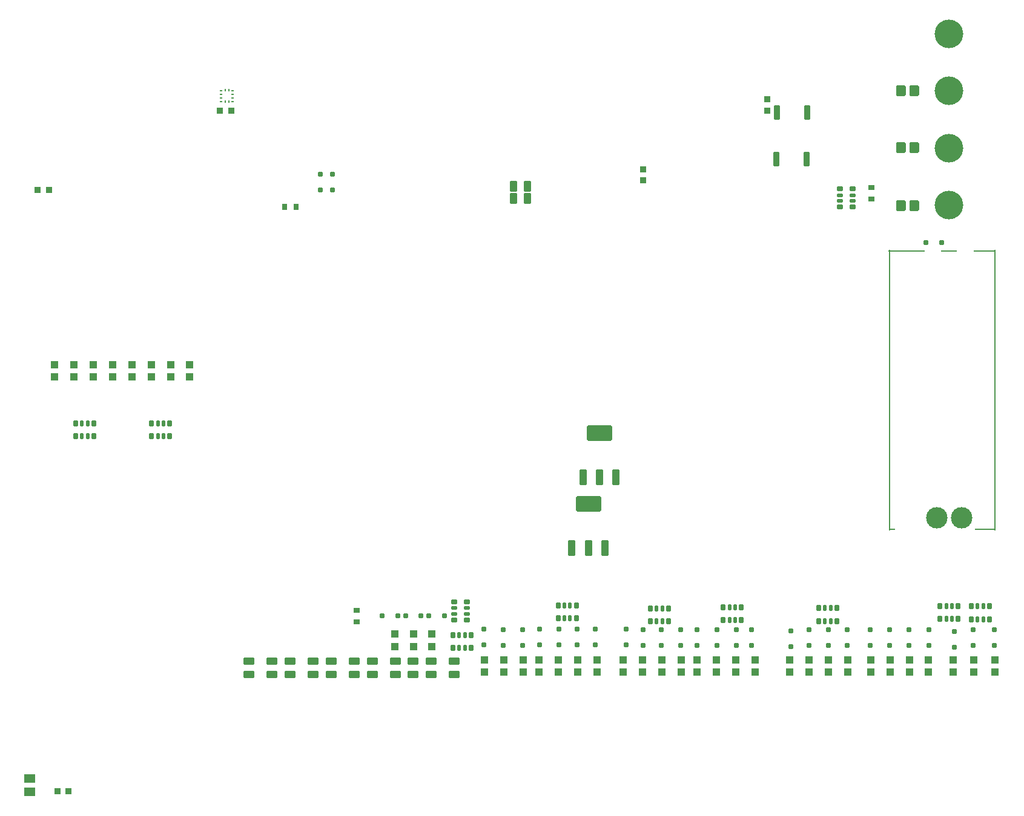
<source format=gtp>
G04*
G04 #@! TF.GenerationSoftware,Altium Limited,Altium Designer,20.2.7 (254)*
G04*
G04 Layer_Color=8421504*
%FSLAX25Y25*%
%MOIN*%
G70*
G04*
G04 #@! TF.SameCoordinates,AEADB8A6-E672-494B-8C1A-D0E3FC83B13A*
G04*
G04*
G04 #@! TF.FilePolarity,Positive*
G04*
G01*
G75*
G04:AMPARAMS|DCode=23|XSize=33.47mil|YSize=33.47mil|CornerRadius=3.35mil|HoleSize=0mil|Usage=FLASHONLY|Rotation=270.000|XOffset=0mil|YOffset=0mil|HoleType=Round|Shape=RoundedRectangle|*
%AMROUNDEDRECTD23*
21,1,0.03347,0.02677,0,0,270.0*
21,1,0.02677,0.03347,0,0,270.0*
1,1,0.00669,-0.01339,-0.01339*
1,1,0.00669,-0.01339,0.01339*
1,1,0.00669,0.01339,0.01339*
1,1,0.00669,0.01339,-0.01339*
%
%ADD23ROUNDEDRECTD23*%
G04:AMPARAMS|DCode=24|XSize=43.31mil|YSize=84.65mil|CornerRadius=4.33mil|HoleSize=0mil|Usage=FLASHONLY|Rotation=0.000|XOffset=0mil|YOffset=0mil|HoleType=Round|Shape=RoundedRectangle|*
%AMROUNDEDRECTD24*
21,1,0.04331,0.07598,0,0,0.0*
21,1,0.03465,0.08465,0,0,0.0*
1,1,0.00866,0.01732,-0.03799*
1,1,0.00866,-0.01732,-0.03799*
1,1,0.00866,-0.01732,0.03799*
1,1,0.00866,0.01732,0.03799*
%
%ADD24ROUNDEDRECTD24*%
G04:AMPARAMS|DCode=25|XSize=43.31mil|YSize=84.65mil|CornerRadius=4.33mil|HoleSize=0mil|Usage=FLASHONLY|Rotation=0.000|XOffset=0mil|YOffset=0mil|HoleType=Round|Shape=RoundedRectangle|*
%AMROUNDEDRECTD25*
21,1,0.04331,0.07599,0,0,0.0*
21,1,0.03465,0.08465,0,0,0.0*
1,1,0.00866,0.01732,-0.03799*
1,1,0.00866,-0.01732,-0.03799*
1,1,0.00866,-0.01732,0.03799*
1,1,0.00866,0.01732,0.03799*
%
%ADD25ROUNDEDRECTD25*%
G04:AMPARAMS|DCode=26|XSize=137.8mil|YSize=84.65mil|CornerRadius=8.47mil|HoleSize=0mil|Usage=FLASHONLY|Rotation=0.000|XOffset=0mil|YOffset=0mil|HoleType=Round|Shape=RoundedRectangle|*
%AMROUNDEDRECTD26*
21,1,0.13780,0.06772,0,0,0.0*
21,1,0.12087,0.08465,0,0,0.0*
1,1,0.01693,0.06043,-0.03386*
1,1,0.01693,-0.06043,-0.03386*
1,1,0.01693,-0.06043,0.03386*
1,1,0.01693,0.06043,0.03386*
%
%ADD26ROUNDEDRECTD26*%
G04:AMPARAMS|DCode=27|XSize=25.59mil|YSize=31.5mil|CornerRadius=2.56mil|HoleSize=0mil|Usage=FLASHONLY|Rotation=0.000|XOffset=0mil|YOffset=0mil|HoleType=Round|Shape=RoundedRectangle|*
%AMROUNDEDRECTD27*
21,1,0.02559,0.02638,0,0,0.0*
21,1,0.02047,0.03150,0,0,0.0*
1,1,0.00512,0.01024,-0.01319*
1,1,0.00512,-0.01024,-0.01319*
1,1,0.00512,-0.01024,0.01319*
1,1,0.00512,0.01024,0.01319*
%
%ADD27ROUNDEDRECTD27*%
G04:AMPARAMS|DCode=28|XSize=17.72mil|YSize=31.5mil|CornerRadius=1.77mil|HoleSize=0mil|Usage=FLASHONLY|Rotation=0.000|XOffset=0mil|YOffset=0mil|HoleType=Round|Shape=RoundedRectangle|*
%AMROUNDEDRECTD28*
21,1,0.01772,0.02795,0,0,0.0*
21,1,0.01417,0.03150,0,0,0.0*
1,1,0.00354,0.00709,-0.01398*
1,1,0.00354,-0.00709,-0.01398*
1,1,0.00354,-0.00709,0.01398*
1,1,0.00354,0.00709,0.01398*
%
%ADD28ROUNDEDRECTD28*%
G04:AMPARAMS|DCode=29|XSize=23.62mil|YSize=23.62mil|CornerRadius=2.36mil|HoleSize=0mil|Usage=FLASHONLY|Rotation=270.000|XOffset=0mil|YOffset=0mil|HoleType=Round|Shape=RoundedRectangle|*
%AMROUNDEDRECTD29*
21,1,0.02362,0.01890,0,0,270.0*
21,1,0.01890,0.02362,0,0,270.0*
1,1,0.00472,-0.00945,-0.00945*
1,1,0.00472,-0.00945,0.00945*
1,1,0.00472,0.00945,0.00945*
1,1,0.00472,0.00945,-0.00945*
%
%ADD29ROUNDEDRECTD29*%
G04:AMPARAMS|DCode=30|XSize=39.37mil|YSize=57.09mil|CornerRadius=3.94mil|HoleSize=0mil|Usage=FLASHONLY|Rotation=0.000|XOffset=0mil|YOffset=0mil|HoleType=Round|Shape=RoundedRectangle|*
%AMROUNDEDRECTD30*
21,1,0.03937,0.04921,0,0,0.0*
21,1,0.03150,0.05709,0,0,0.0*
1,1,0.00787,0.01575,-0.02461*
1,1,0.00787,-0.01575,-0.02461*
1,1,0.00787,-0.01575,0.02461*
1,1,0.00787,0.01575,0.02461*
%
%ADD30ROUNDEDRECTD30*%
G04:AMPARAMS|DCode=31|XSize=39.37mil|YSize=43.31mil|CornerRadius=3.94mil|HoleSize=0mil|Usage=FLASHONLY|Rotation=270.000|XOffset=0mil|YOffset=0mil|HoleType=Round|Shape=RoundedRectangle|*
%AMROUNDEDRECTD31*
21,1,0.03937,0.03543,0,0,270.0*
21,1,0.03150,0.04331,0,0,270.0*
1,1,0.00787,-0.01772,-0.01575*
1,1,0.00787,-0.01772,0.01575*
1,1,0.00787,0.01772,0.01575*
1,1,0.00787,0.01772,-0.01575*
%
%ADD31ROUNDEDRECTD31*%
G04:AMPARAMS|DCode=32|XSize=23.62mil|YSize=23.62mil|CornerRadius=2.36mil|HoleSize=0mil|Usage=FLASHONLY|Rotation=180.000|XOffset=0mil|YOffset=0mil|HoleType=Round|Shape=RoundedRectangle|*
%AMROUNDEDRECTD32*
21,1,0.02362,0.01890,0,0,180.0*
21,1,0.01890,0.02362,0,0,180.0*
1,1,0.00472,-0.00945,0.00945*
1,1,0.00472,0.00945,0.00945*
1,1,0.00472,0.00945,-0.00945*
1,1,0.00472,-0.00945,-0.00945*
%
%ADD32ROUNDEDRECTD32*%
G04:AMPARAMS|DCode=33|XSize=27.56mil|YSize=36.22mil|CornerRadius=2.76mil|HoleSize=0mil|Usage=FLASHONLY|Rotation=180.000|XOffset=0mil|YOffset=0mil|HoleType=Round|Shape=RoundedRectangle|*
%AMROUNDEDRECTD33*
21,1,0.02756,0.03071,0,0,180.0*
21,1,0.02205,0.03622,0,0,180.0*
1,1,0.00551,-0.01102,0.01535*
1,1,0.00551,0.01102,0.01535*
1,1,0.00551,0.01102,-0.01535*
1,1,0.00551,-0.01102,-0.01535*
%
%ADD33ROUNDEDRECTD33*%
%ADD34R,0.03740X0.00984*%
%ADD35R,0.00984X1.54528*%
%ADD36R,0.08858X0.00984*%
%ADD37R,0.12205X0.00984*%
%ADD38R,0.19882X0.00984*%
%ADD39R,0.11614X0.00984*%
%ADD40C,0.11811*%
%ADD41R,0.05906X0.05118*%
G04:AMPARAMS|DCode=42|XSize=33.47mil|YSize=33.47mil|CornerRadius=3.35mil|HoleSize=0mil|Usage=FLASHONLY|Rotation=0.000|XOffset=0mil|YOffset=0mil|HoleType=Round|Shape=RoundedRectangle|*
%AMROUNDEDRECTD42*
21,1,0.03347,0.02677,0,0,0.0*
21,1,0.02677,0.03347,0,0,0.0*
1,1,0.00669,0.01339,-0.01339*
1,1,0.00669,-0.01339,-0.01339*
1,1,0.00669,-0.01339,0.01339*
1,1,0.00669,0.01339,0.01339*
%
%ADD42ROUNDEDRECTD42*%
G04:AMPARAMS|DCode=43|XSize=27.56mil|YSize=36.22mil|CornerRadius=2.76mil|HoleSize=0mil|Usage=FLASHONLY|Rotation=270.000|XOffset=0mil|YOffset=0mil|HoleType=Round|Shape=RoundedRectangle|*
%AMROUNDEDRECTD43*
21,1,0.02756,0.03071,0,0,270.0*
21,1,0.02205,0.03622,0,0,270.0*
1,1,0.00551,-0.01535,-0.01102*
1,1,0.00551,-0.01535,0.01102*
1,1,0.00551,0.01535,0.01102*
1,1,0.00551,0.01535,-0.01102*
%
%ADD43ROUNDEDRECTD43*%
%ADD44R,0.01378X0.00984*%
%ADD45R,0.00984X0.01378*%
G04:AMPARAMS|DCode=46|XSize=31.5mil|YSize=78.74mil|CornerRadius=3.15mil|HoleSize=0mil|Usage=FLASHONLY|Rotation=0.000|XOffset=0mil|YOffset=0mil|HoleType=Round|Shape=RoundedRectangle|*
%AMROUNDEDRECTD46*
21,1,0.03150,0.07244,0,0,0.0*
21,1,0.02520,0.07874,0,0,0.0*
1,1,0.00630,0.01260,-0.03622*
1,1,0.00630,-0.01260,-0.03622*
1,1,0.00630,-0.01260,0.03622*
1,1,0.00630,0.01260,0.03622*
%
%ADD46ROUNDEDRECTD46*%
G04:AMPARAMS|DCode=47|XSize=51.18mil|YSize=59.06mil|CornerRadius=5.12mil|HoleSize=0mil|Usage=FLASHONLY|Rotation=0.000|XOffset=0mil|YOffset=0mil|HoleType=Round|Shape=RoundedRectangle|*
%AMROUNDEDRECTD47*
21,1,0.05118,0.04882,0,0,0.0*
21,1,0.04095,0.05906,0,0,0.0*
1,1,0.01024,0.02047,-0.02441*
1,1,0.01024,-0.02047,-0.02441*
1,1,0.01024,-0.02047,0.02441*
1,1,0.01024,0.02047,0.02441*
%
%ADD47ROUNDEDRECTD47*%
%ADD48C,0.15748*%
G04:AMPARAMS|DCode=49|XSize=39.37mil|YSize=57.09mil|CornerRadius=3.94mil|HoleSize=0mil|Usage=FLASHONLY|Rotation=90.000|XOffset=0mil|YOffset=0mil|HoleType=Round|Shape=RoundedRectangle|*
%AMROUNDEDRECTD49*
21,1,0.03937,0.04921,0,0,90.0*
21,1,0.03150,0.05709,0,0,90.0*
1,1,0.00787,0.02461,0.01575*
1,1,0.00787,0.02461,-0.01575*
1,1,0.00787,-0.02461,-0.01575*
1,1,0.00787,-0.02461,0.01575*
%
%ADD49ROUNDEDRECTD49*%
G04:AMPARAMS|DCode=50|XSize=25.59mil|YSize=31.5mil|CornerRadius=2.56mil|HoleSize=0mil|Usage=FLASHONLY|Rotation=270.000|XOffset=0mil|YOffset=0mil|HoleType=Round|Shape=RoundedRectangle|*
%AMROUNDEDRECTD50*
21,1,0.02559,0.02638,0,0,270.0*
21,1,0.02047,0.03150,0,0,270.0*
1,1,0.00512,-0.01319,-0.01024*
1,1,0.00512,-0.01319,0.01024*
1,1,0.00512,0.01319,0.01024*
1,1,0.00512,0.01319,-0.01024*
%
%ADD50ROUNDEDRECTD50*%
G04:AMPARAMS|DCode=51|XSize=17.72mil|YSize=31.5mil|CornerRadius=1.77mil|HoleSize=0mil|Usage=FLASHONLY|Rotation=270.000|XOffset=0mil|YOffset=0mil|HoleType=Round|Shape=RoundedRectangle|*
%AMROUNDEDRECTD51*
21,1,0.01772,0.02795,0,0,270.0*
21,1,0.01417,0.03150,0,0,270.0*
1,1,0.00354,-0.01398,-0.00709*
1,1,0.00354,-0.01398,0.00709*
1,1,0.00354,0.01398,0.00709*
1,1,0.00354,0.01398,-0.00709*
%
%ADD51ROUNDEDRECTD51*%
D23*
X394882Y420118D02*
D03*
Y426339D02*
D03*
X463484Y458701D02*
D03*
Y464921D02*
D03*
D24*
X362008Y256594D02*
D03*
X380118D02*
D03*
X355807Y217618D02*
D03*
X373917D02*
D03*
D25*
X371063Y256594D02*
D03*
X364862Y217618D02*
D03*
D26*
X371063Y281004D02*
D03*
X364862Y242028D02*
D03*
D27*
X491634Y177362D02*
D03*
Y184449D02*
D03*
X501673D02*
D03*
Y177362D02*
D03*
X92714Y286164D02*
D03*
Y279078D02*
D03*
X82675D02*
D03*
Y286164D02*
D03*
X124407D02*
D03*
Y279078D02*
D03*
X134447D02*
D03*
Y286164D02*
D03*
X408957Y177264D02*
D03*
Y184350D02*
D03*
X398917D02*
D03*
Y177264D02*
D03*
X449114Y177953D02*
D03*
Y185039D02*
D03*
X439075D02*
D03*
Y177953D02*
D03*
X358268Y178740D02*
D03*
Y185827D02*
D03*
X348228D02*
D03*
Y178740D02*
D03*
X568504Y178543D02*
D03*
Y185630D02*
D03*
X558465D02*
D03*
Y178543D02*
D03*
X575591Y178347D02*
D03*
Y185433D02*
D03*
X585630D02*
D03*
Y178347D02*
D03*
X300394Y169488D02*
D03*
Y162402D02*
D03*
X290354D02*
D03*
Y169488D02*
D03*
D28*
X495079Y177362D02*
D03*
X498228D02*
D03*
Y184449D02*
D03*
X495079D02*
D03*
X89269Y286164D02*
D03*
X86120D02*
D03*
Y279078D02*
D03*
X89269D02*
D03*
X131002D02*
D03*
X127852D02*
D03*
Y286164D02*
D03*
X131002D02*
D03*
X402362Y184350D02*
D03*
X405512D02*
D03*
Y177264D02*
D03*
X402362D02*
D03*
X442520Y185039D02*
D03*
X445669D02*
D03*
Y177953D02*
D03*
X442520D02*
D03*
X351673Y185827D02*
D03*
X354823D02*
D03*
Y178740D02*
D03*
X351673D02*
D03*
X561909Y185630D02*
D03*
X565059D02*
D03*
Y178543D02*
D03*
X561909D02*
D03*
X579035Y178347D02*
D03*
X582185D02*
D03*
Y185433D02*
D03*
X579035D02*
D03*
X296949Y169488D02*
D03*
X293799D02*
D03*
Y162402D02*
D03*
X296949D02*
D03*
D29*
X550787Y385827D02*
D03*
X559449D02*
D03*
X285827Y180216D02*
D03*
X277165D02*
D03*
X259842D02*
D03*
X251181D02*
D03*
X272835D02*
D03*
X264173D02*
D03*
D30*
X331201Y416929D02*
D03*
X323721D02*
D03*
X331201Y410138D02*
D03*
X323721D02*
D03*
D31*
X588583Y155905D02*
D03*
Y149213D02*
D03*
X278543Y163386D02*
D03*
Y170079D02*
D03*
X71061Y311854D02*
D03*
Y318546D02*
D03*
X81691Y311854D02*
D03*
Y318546D02*
D03*
X92321Y311854D02*
D03*
Y318546D02*
D03*
X102950Y311854D02*
D03*
Y318546D02*
D03*
X113580Y311854D02*
D03*
Y318546D02*
D03*
X124210Y311854D02*
D03*
Y318546D02*
D03*
X134840Y311854D02*
D03*
Y318546D02*
D03*
X145470Y311854D02*
D03*
Y318546D02*
D03*
X415945Y149213D02*
D03*
Y155905D02*
D03*
X405315Y149213D02*
D03*
Y155905D02*
D03*
X394685Y149213D02*
D03*
Y155905D02*
D03*
X384055Y149213D02*
D03*
Y155905D02*
D03*
X348327Y149213D02*
D03*
Y155905D02*
D03*
X424803Y149213D02*
D03*
Y155905D02*
D03*
X358957Y149213D02*
D03*
Y155905D02*
D03*
X435433Y149213D02*
D03*
Y155905D02*
D03*
X456693Y149213D02*
D03*
Y155905D02*
D03*
X446063Y149213D02*
D03*
Y155905D02*
D03*
X337697Y149213D02*
D03*
Y155905D02*
D03*
X369587Y149213D02*
D03*
Y155905D02*
D03*
X552165Y155905D02*
D03*
Y149213D02*
D03*
X541536Y155905D02*
D03*
Y149213D02*
D03*
X530906Y155905D02*
D03*
Y149213D02*
D03*
X520276Y155905D02*
D03*
Y149213D02*
D03*
X475787Y155905D02*
D03*
Y149213D02*
D03*
X486417Y155905D02*
D03*
Y149213D02*
D03*
X497047Y155905D02*
D03*
Y149213D02*
D03*
X507677Y155905D02*
D03*
Y149213D02*
D03*
X565551Y155905D02*
D03*
Y149213D02*
D03*
X307677Y155905D02*
D03*
Y149213D02*
D03*
X576958Y155905D02*
D03*
Y149213D02*
D03*
X318307Y155905D02*
D03*
Y149213D02*
D03*
X328937Y155905D02*
D03*
Y149213D02*
D03*
X258465Y163386D02*
D03*
Y170079D02*
D03*
X268701Y163386D02*
D03*
Y170079D02*
D03*
D32*
X217421Y414862D02*
D03*
Y423524D02*
D03*
X224016Y414862D02*
D03*
Y423524D02*
D03*
X454528Y172441D02*
D03*
Y163779D02*
D03*
X348524Y172835D02*
D03*
Y164173D02*
D03*
X435630Y172441D02*
D03*
Y163779D02*
D03*
X405118Y172441D02*
D03*
Y163779D02*
D03*
X415748Y172441D02*
D03*
Y163779D02*
D03*
X394882Y172441D02*
D03*
Y163779D02*
D03*
X424606Y172441D02*
D03*
Y163779D02*
D03*
X368701Y172933D02*
D03*
Y164272D02*
D03*
X358760Y172835D02*
D03*
Y164173D02*
D03*
X337894Y172835D02*
D03*
Y164173D02*
D03*
X385827Y172933D02*
D03*
Y164272D02*
D03*
X446260Y172441D02*
D03*
Y163779D02*
D03*
X552362Y163779D02*
D03*
Y172441D02*
D03*
X541339Y163779D02*
D03*
Y172441D02*
D03*
X530709Y163779D02*
D03*
Y172441D02*
D03*
X520079Y163779D02*
D03*
Y172441D02*
D03*
X476378Y163386D02*
D03*
Y172047D02*
D03*
X486221Y163779D02*
D03*
Y172441D02*
D03*
X496850Y163779D02*
D03*
Y172441D02*
D03*
X507480Y163779D02*
D03*
Y172441D02*
D03*
X566437Y162992D02*
D03*
Y171653D02*
D03*
X307480Y164173D02*
D03*
Y172835D02*
D03*
X576772Y163779D02*
D03*
Y172441D02*
D03*
X318110Y163779D02*
D03*
Y172441D02*
D03*
X588386Y163779D02*
D03*
Y172441D02*
D03*
X328740Y163976D02*
D03*
Y172638D02*
D03*
D33*
X204134Y405709D02*
D03*
X197835D02*
D03*
D34*
X531988Y227756D02*
D03*
D35*
X530610Y304528D02*
D03*
X588681D02*
D03*
D36*
X563484Y381299D02*
D03*
D37*
X583071D02*
D03*
D38*
X540059D02*
D03*
D39*
X583366Y227756D02*
D03*
D40*
X570472Y234154D02*
D03*
X556693D02*
D03*
D41*
X57382Y90650D02*
D03*
Y83169D02*
D03*
D42*
X78799Y83563D02*
D03*
X72579D02*
D03*
X168268Y458465D02*
D03*
X162047D02*
D03*
X61654Y414764D02*
D03*
X67874D02*
D03*
D43*
X520571Y416240D02*
D03*
Y409941D02*
D03*
X237402Y176772D02*
D03*
Y183071D02*
D03*
D44*
X162795Y467618D02*
D03*
Y465650D02*
D03*
Y469587D02*
D03*
Y463681D02*
D03*
X169095Y469587D02*
D03*
Y467618D02*
D03*
Y465650D02*
D03*
Y463681D02*
D03*
D45*
X164961Y469783D02*
D03*
X166929D02*
D03*
Y463484D02*
D03*
X164961D02*
D03*
D46*
X485236Y457579D02*
D03*
X468701D02*
D03*
X485039Y431988D02*
D03*
X468504D02*
D03*
D47*
X544488Y469488D02*
D03*
X537008D02*
D03*
Y406398D02*
D03*
X544488D02*
D03*
Y438268D02*
D03*
X537008D02*
D03*
D48*
X563189Y500984D02*
D03*
Y406496D02*
D03*
Y437992D02*
D03*
Y469488D02*
D03*
D49*
X258661Y155315D02*
D03*
Y147835D02*
D03*
X190748Y155315D02*
D03*
Y147835D02*
D03*
X200591Y155315D02*
D03*
Y147835D02*
D03*
X291142D02*
D03*
Y155315D02*
D03*
X245866Y147835D02*
D03*
Y155315D02*
D03*
X236024Y147835D02*
D03*
Y155315D02*
D03*
X223228Y147835D02*
D03*
Y155315D02*
D03*
X213386Y147835D02*
D03*
Y155315D02*
D03*
X177953Y147835D02*
D03*
Y155315D02*
D03*
X278346D02*
D03*
Y147835D02*
D03*
X268504Y155315D02*
D03*
Y147835D02*
D03*
D50*
X290945Y187894D02*
D03*
X298031D02*
D03*
Y177854D02*
D03*
X290945D02*
D03*
X510433Y415453D02*
D03*
X503346D02*
D03*
Y405413D02*
D03*
X510433D02*
D03*
D51*
X290945Y184449D02*
D03*
Y181299D02*
D03*
X298031D02*
D03*
Y184449D02*
D03*
X503346Y408858D02*
D03*
Y412008D02*
D03*
X510433D02*
D03*
Y408858D02*
D03*
M02*

</source>
